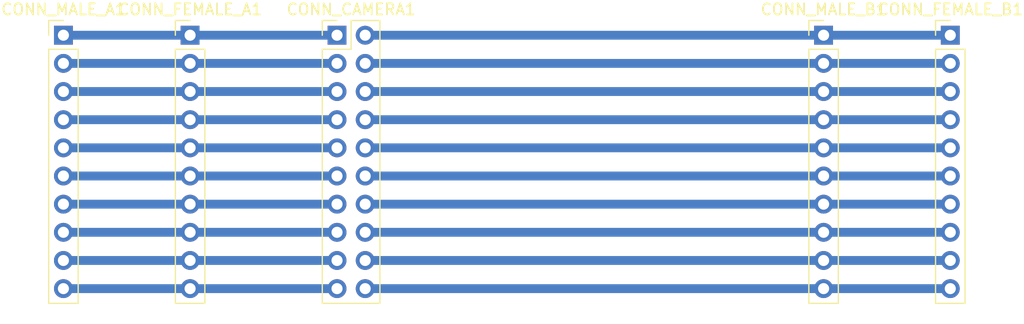
<source format=kicad_pcb>
(kicad_pcb (version 20171130) (host pcbnew "(5.1.2)-1")

  (general
    (thickness 1.6)
    (drawings 0)
    (tracks 44)
    (zones 0)
    (modules 5)
    (nets 21)
  )

  (page A4)
  (layers
    (0 F.Cu signal)
    (31 B.Cu signal)
    (32 B.Adhes user)
    (33 F.Adhes user)
    (34 B.Paste user)
    (35 F.Paste user)
    (36 B.SilkS user)
    (37 F.SilkS user)
    (38 B.Mask user)
    (39 F.Mask user)
    (40 Dwgs.User user)
    (41 Cmts.User user)
    (42 Eco1.User user)
    (43 Eco2.User user)
    (44 Edge.Cuts user)
    (45 Margin user)
    (46 B.CrtYd user)
    (47 F.CrtYd user)
    (48 B.Fab user)
    (49 F.Fab user)
  )

  (setup
    (last_trace_width 0.8)
    (user_trace_width 0.8)
    (trace_clearance 0.2)
    (zone_clearance 0.508)
    (zone_45_only no)
    (trace_min 0.2)
    (via_size 0.8)
    (via_drill 0.4)
    (via_min_size 0.4)
    (via_min_drill 0.3)
    (uvia_size 0.3)
    (uvia_drill 0.1)
    (uvias_allowed no)
    (uvia_min_size 0.2)
    (uvia_min_drill 0.1)
    (edge_width 0.05)
    (segment_width 0.2)
    (pcb_text_width 0.3)
    (pcb_text_size 1.5 1.5)
    (mod_edge_width 0.12)
    (mod_text_size 1 1)
    (mod_text_width 0.15)
    (pad_size 1.524 1.524)
    (pad_drill 0.762)
    (pad_to_mask_clearance 0.051)
    (solder_mask_min_width 0.25)
    (aux_axis_origin 0 0)
    (visible_elements FFFFFF7F)
    (pcbplotparams
      (layerselection 0x010fc_ffffffff)
      (usegerberextensions false)
      (usegerberattributes false)
      (usegerberadvancedattributes false)
      (creategerberjobfile false)
      (excludeedgelayer true)
      (linewidth 0.100000)
      (plotframeref false)
      (viasonmask false)
      (mode 1)
      (useauxorigin false)
      (hpglpennumber 1)
      (hpglpenspeed 20)
      (hpglpendiameter 15.000000)
      (psnegative false)
      (psa4output false)
      (plotreference true)
      (plotvalue true)
      (plotinvisibletext false)
      (padsonsilk false)
      (subtractmaskfromsilk false)
      (outputformat 1)
      (mirror false)
      (drillshape 1)
      (scaleselection 1)
      (outputdirectory ""))
  )

  (net 0 "")
  (net 1 "Net-(CONN_CAMERA1-Pad1)")
  (net 2 "Net-(CONN_CAMERA1-Pad2)")
  (net 3 "Net-(CONN_CAMERA1-Pad3)")
  (net 4 "Net-(CONN_CAMERA1-Pad4)")
  (net 5 "Net-(CONN_CAMERA1-Pad5)")
  (net 6 "Net-(CONN_CAMERA1-Pad6)")
  (net 7 "Net-(CONN_CAMERA1-Pad7)")
  (net 8 "Net-(CONN_CAMERA1-Pad8)")
  (net 9 "Net-(CONN_CAMERA1-Pad9)")
  (net 10 "Net-(CONN_CAMERA1-Pad10)")
  (net 11 "Net-(CONN_CAMERA1-Pad11)")
  (net 12 "Net-(CONN_CAMERA1-Pad12)")
  (net 13 "Net-(CONN_CAMERA1-Pad13)")
  (net 14 "Net-(CONN_CAMERA1-Pad14)")
  (net 15 "Net-(CONN_CAMERA1-Pad15)")
  (net 16 "Net-(CONN_CAMERA1-Pad16)")
  (net 17 "Net-(CONN_CAMERA1-Pad17)")
  (net 18 "Net-(CONN_CAMERA1-Pad18)")
  (net 19 "Net-(CONN_CAMERA1-Pad19)")
  (net 20 "Net-(CONN_CAMERA1-Pad20)")

  (net_class Default "Esta é a classe de rede padrão."
    (clearance 0.2)
    (trace_width 0.25)
    (via_dia 0.8)
    (via_drill 0.4)
    (uvia_dia 0.3)
    (uvia_drill 0.1)
    (add_net "Net-(CONN_CAMERA1-Pad1)")
    (add_net "Net-(CONN_CAMERA1-Pad10)")
    (add_net "Net-(CONN_CAMERA1-Pad11)")
    (add_net "Net-(CONN_CAMERA1-Pad12)")
    (add_net "Net-(CONN_CAMERA1-Pad13)")
    (add_net "Net-(CONN_CAMERA1-Pad14)")
    (add_net "Net-(CONN_CAMERA1-Pad15)")
    (add_net "Net-(CONN_CAMERA1-Pad16)")
    (add_net "Net-(CONN_CAMERA1-Pad17)")
    (add_net "Net-(CONN_CAMERA1-Pad18)")
    (add_net "Net-(CONN_CAMERA1-Pad19)")
    (add_net "Net-(CONN_CAMERA1-Pad2)")
    (add_net "Net-(CONN_CAMERA1-Pad20)")
    (add_net "Net-(CONN_CAMERA1-Pad3)")
    (add_net "Net-(CONN_CAMERA1-Pad4)")
    (add_net "Net-(CONN_CAMERA1-Pad5)")
    (add_net "Net-(CONN_CAMERA1-Pad6)")
    (add_net "Net-(CONN_CAMERA1-Pad7)")
    (add_net "Net-(CONN_CAMERA1-Pad8)")
    (add_net "Net-(CONN_CAMERA1-Pad9)")
  )

  (module Connector_PinHeader_2.54mm:PinHeader_2x10_P2.54mm_Vertical (layer F.Cu) (tedit 59FED5CC) (tstamp 5CF9C616)
    (at 117.395001 37.385001)
    (descr "Through hole straight pin header, 2x10, 2.54mm pitch, double rows")
    (tags "Through hole pin header THT 2x10 2.54mm double row")
    (path /5CFB0EA3)
    (fp_text reference CONN_CAMERA1 (at 1.27 -2.33) (layer F.SilkS)
      (effects (font (size 1 1) (thickness 0.15)))
    )
    (fp_text value Conn_02x10_Odd_Even (at 1.27 25.19) (layer F.Fab)
      (effects (font (size 1 1) (thickness 0.15)))
    )
    (fp_line (start 0 -1.27) (end 3.81 -1.27) (layer F.Fab) (width 0.1))
    (fp_line (start 3.81 -1.27) (end 3.81 24.13) (layer F.Fab) (width 0.1))
    (fp_line (start 3.81 24.13) (end -1.27 24.13) (layer F.Fab) (width 0.1))
    (fp_line (start -1.27 24.13) (end -1.27 0) (layer F.Fab) (width 0.1))
    (fp_line (start -1.27 0) (end 0 -1.27) (layer F.Fab) (width 0.1))
    (fp_line (start -1.33 24.19) (end 3.87 24.19) (layer F.SilkS) (width 0.12))
    (fp_line (start -1.33 1.27) (end -1.33 24.19) (layer F.SilkS) (width 0.12))
    (fp_line (start 3.87 -1.33) (end 3.87 24.19) (layer F.SilkS) (width 0.12))
    (fp_line (start -1.33 1.27) (end 1.27 1.27) (layer F.SilkS) (width 0.12))
    (fp_line (start 1.27 1.27) (end 1.27 -1.33) (layer F.SilkS) (width 0.12))
    (fp_line (start 1.27 -1.33) (end 3.87 -1.33) (layer F.SilkS) (width 0.12))
    (fp_line (start -1.33 0) (end -1.33 -1.33) (layer F.SilkS) (width 0.12))
    (fp_line (start -1.33 -1.33) (end 0 -1.33) (layer F.SilkS) (width 0.12))
    (fp_line (start -1.8 -1.8) (end -1.8 24.65) (layer F.CrtYd) (width 0.05))
    (fp_line (start -1.8 24.65) (end 4.35 24.65) (layer F.CrtYd) (width 0.05))
    (fp_line (start 4.35 24.65) (end 4.35 -1.8) (layer F.CrtYd) (width 0.05))
    (fp_line (start 4.35 -1.8) (end -1.8 -1.8) (layer F.CrtYd) (width 0.05))
    (fp_text user %R (at 1.27 11.43 90) (layer F.Fab)
      (effects (font (size 1 1) (thickness 0.15)))
    )
    (pad 1 thru_hole rect (at 0 0) (size 1.7 1.7) (drill 1) (layers *.Cu *.Mask)
      (net 1 "Net-(CONN_CAMERA1-Pad1)"))
    (pad 2 thru_hole oval (at 2.54 0) (size 1.7 1.7) (drill 1) (layers *.Cu *.Mask)
      (net 2 "Net-(CONN_CAMERA1-Pad2)"))
    (pad 3 thru_hole oval (at 0 2.54) (size 1.7 1.7) (drill 1) (layers *.Cu *.Mask)
      (net 3 "Net-(CONN_CAMERA1-Pad3)"))
    (pad 4 thru_hole oval (at 2.54 2.54) (size 1.7 1.7) (drill 1) (layers *.Cu *.Mask)
      (net 4 "Net-(CONN_CAMERA1-Pad4)"))
    (pad 5 thru_hole oval (at 0 5.08) (size 1.7 1.7) (drill 1) (layers *.Cu *.Mask)
      (net 5 "Net-(CONN_CAMERA1-Pad5)"))
    (pad 6 thru_hole oval (at 2.54 5.08) (size 1.7 1.7) (drill 1) (layers *.Cu *.Mask)
      (net 6 "Net-(CONN_CAMERA1-Pad6)"))
    (pad 7 thru_hole oval (at 0 7.62) (size 1.7 1.7) (drill 1) (layers *.Cu *.Mask)
      (net 7 "Net-(CONN_CAMERA1-Pad7)"))
    (pad 8 thru_hole oval (at 2.54 7.62) (size 1.7 1.7) (drill 1) (layers *.Cu *.Mask)
      (net 8 "Net-(CONN_CAMERA1-Pad8)"))
    (pad 9 thru_hole oval (at 0 10.16) (size 1.7 1.7) (drill 1) (layers *.Cu *.Mask)
      (net 9 "Net-(CONN_CAMERA1-Pad9)"))
    (pad 10 thru_hole oval (at 2.54 10.16) (size 1.7 1.7) (drill 1) (layers *.Cu *.Mask)
      (net 10 "Net-(CONN_CAMERA1-Pad10)"))
    (pad 11 thru_hole oval (at 0 12.7) (size 1.7 1.7) (drill 1) (layers *.Cu *.Mask)
      (net 11 "Net-(CONN_CAMERA1-Pad11)"))
    (pad 12 thru_hole oval (at 2.54 12.7) (size 1.7 1.7) (drill 1) (layers *.Cu *.Mask)
      (net 12 "Net-(CONN_CAMERA1-Pad12)"))
    (pad 13 thru_hole oval (at 0 15.24) (size 1.7 1.7) (drill 1) (layers *.Cu *.Mask)
      (net 13 "Net-(CONN_CAMERA1-Pad13)"))
    (pad 14 thru_hole oval (at 2.54 15.24) (size 1.7 1.7) (drill 1) (layers *.Cu *.Mask)
      (net 14 "Net-(CONN_CAMERA1-Pad14)"))
    (pad 15 thru_hole oval (at 0 17.78) (size 1.7 1.7) (drill 1) (layers *.Cu *.Mask)
      (net 15 "Net-(CONN_CAMERA1-Pad15)"))
    (pad 16 thru_hole oval (at 2.54 17.78) (size 1.7 1.7) (drill 1) (layers *.Cu *.Mask)
      (net 16 "Net-(CONN_CAMERA1-Pad16)"))
    (pad 17 thru_hole oval (at 0 20.32) (size 1.7 1.7) (drill 1) (layers *.Cu *.Mask)
      (net 17 "Net-(CONN_CAMERA1-Pad17)"))
    (pad 18 thru_hole oval (at 2.54 20.32) (size 1.7 1.7) (drill 1) (layers *.Cu *.Mask)
      (net 18 "Net-(CONN_CAMERA1-Pad18)"))
    (pad 19 thru_hole oval (at 0 22.86) (size 1.7 1.7) (drill 1) (layers *.Cu *.Mask)
      (net 19 "Net-(CONN_CAMERA1-Pad19)"))
    (pad 20 thru_hole oval (at 2.54 22.86) (size 1.7 1.7) (drill 1) (layers *.Cu *.Mask)
      (net 20 "Net-(CONN_CAMERA1-Pad20)"))
    (model ${KISYS3DMOD}/Connector_PinHeader_2.54mm.3dshapes/PinHeader_2x10_P2.54mm_Vertical.wrl
      (at (xyz 0 0 0))
      (scale (xyz 1 1 1))
      (rotate (xyz 0 0 0))
    )
  )

  (module Connector_PinHeader_2.54mm:PinHeader_1x10_P2.54mm_Vertical (layer F.Cu) (tedit 59FED5CC) (tstamp 5CF9C634)
    (at 104.14 37.385001)
    (descr "Through hole straight pin header, 1x10, 2.54mm pitch, single row")
    (tags "Through hole pin header THT 1x10 2.54mm single row")
    (path /5CFB3E81)
    (fp_text reference CONN_FEMALE_A1 (at 0 -2.33) (layer F.SilkS)
      (effects (font (size 1 1) (thickness 0.15)))
    )
    (fp_text value Conn_01x10 (at 0 25.19) (layer F.Fab)
      (effects (font (size 1 1) (thickness 0.15)))
    )
    (fp_line (start -0.635 -1.27) (end 1.27 -1.27) (layer F.Fab) (width 0.1))
    (fp_line (start 1.27 -1.27) (end 1.27 24.13) (layer F.Fab) (width 0.1))
    (fp_line (start 1.27 24.13) (end -1.27 24.13) (layer F.Fab) (width 0.1))
    (fp_line (start -1.27 24.13) (end -1.27 -0.635) (layer F.Fab) (width 0.1))
    (fp_line (start -1.27 -0.635) (end -0.635 -1.27) (layer F.Fab) (width 0.1))
    (fp_line (start -1.33 24.19) (end 1.33 24.19) (layer F.SilkS) (width 0.12))
    (fp_line (start -1.33 1.27) (end -1.33 24.19) (layer F.SilkS) (width 0.12))
    (fp_line (start 1.33 1.27) (end 1.33 24.19) (layer F.SilkS) (width 0.12))
    (fp_line (start -1.33 1.27) (end 1.33 1.27) (layer F.SilkS) (width 0.12))
    (fp_line (start -1.33 0) (end -1.33 -1.33) (layer F.SilkS) (width 0.12))
    (fp_line (start -1.33 -1.33) (end 0 -1.33) (layer F.SilkS) (width 0.12))
    (fp_line (start -1.8 -1.8) (end -1.8 24.65) (layer F.CrtYd) (width 0.05))
    (fp_line (start -1.8 24.65) (end 1.8 24.65) (layer F.CrtYd) (width 0.05))
    (fp_line (start 1.8 24.65) (end 1.8 -1.8) (layer F.CrtYd) (width 0.05))
    (fp_line (start 1.8 -1.8) (end -1.8 -1.8) (layer F.CrtYd) (width 0.05))
    (fp_text user %R (at 0 11.43 90) (layer F.Fab)
      (effects (font (size 1 1) (thickness 0.15)))
    )
    (pad 1 thru_hole rect (at 0 0) (size 1.7 1.7) (drill 1) (layers *.Cu *.Mask)
      (net 1 "Net-(CONN_CAMERA1-Pad1)"))
    (pad 2 thru_hole oval (at 0 2.54) (size 1.7 1.7) (drill 1) (layers *.Cu *.Mask)
      (net 3 "Net-(CONN_CAMERA1-Pad3)"))
    (pad 3 thru_hole oval (at 0 5.08) (size 1.7 1.7) (drill 1) (layers *.Cu *.Mask)
      (net 5 "Net-(CONN_CAMERA1-Pad5)"))
    (pad 4 thru_hole oval (at 0 7.62) (size 1.7 1.7) (drill 1) (layers *.Cu *.Mask)
      (net 7 "Net-(CONN_CAMERA1-Pad7)"))
    (pad 5 thru_hole oval (at 0 10.16) (size 1.7 1.7) (drill 1) (layers *.Cu *.Mask)
      (net 9 "Net-(CONN_CAMERA1-Pad9)"))
    (pad 6 thru_hole oval (at 0 12.7) (size 1.7 1.7) (drill 1) (layers *.Cu *.Mask)
      (net 11 "Net-(CONN_CAMERA1-Pad11)"))
    (pad 7 thru_hole oval (at 0 15.24) (size 1.7 1.7) (drill 1) (layers *.Cu *.Mask)
      (net 13 "Net-(CONN_CAMERA1-Pad13)"))
    (pad 8 thru_hole oval (at 0 17.78) (size 1.7 1.7) (drill 1) (layers *.Cu *.Mask)
      (net 15 "Net-(CONN_CAMERA1-Pad15)"))
    (pad 9 thru_hole oval (at 0 20.32) (size 1.7 1.7) (drill 1) (layers *.Cu *.Mask)
      (net 17 "Net-(CONN_CAMERA1-Pad17)"))
    (pad 10 thru_hole oval (at 0 22.86) (size 1.7 1.7) (drill 1) (layers *.Cu *.Mask)
      (net 19 "Net-(CONN_CAMERA1-Pad19)"))
    (model ${KISYS3DMOD}/Connector_PinHeader_2.54mm.3dshapes/PinHeader_1x10_P2.54mm_Vertical.wrl
      (at (xyz 0 0 0))
      (scale (xyz 1 1 1))
      (rotate (xyz 0 0 0))
    )
  )

  (module Connector_PinHeader_2.54mm:PinHeader_1x10_P2.54mm_Vertical (layer F.Cu) (tedit 59FED5CC) (tstamp 5CF9DAAF)
    (at 172.72 37.385001)
    (descr "Through hole straight pin header, 1x10, 2.54mm pitch, single row")
    (tags "Through hole pin header THT 1x10 2.54mm single row")
    (path /5CFB47C6)
    (fp_text reference CONN_FEMALE_B1 (at 0 -2.33) (layer F.SilkS)
      (effects (font (size 1 1) (thickness 0.15)))
    )
    (fp_text value Conn_01x10 (at 0 25.19) (layer F.Fab)
      (effects (font (size 1 1) (thickness 0.15)))
    )
    (fp_text user %R (at 0 11.43 90) (layer F.Fab)
      (effects (font (size 1 1) (thickness 0.15)))
    )
    (fp_line (start 1.8 -1.8) (end -1.8 -1.8) (layer F.CrtYd) (width 0.05))
    (fp_line (start 1.8 24.65) (end 1.8 -1.8) (layer F.CrtYd) (width 0.05))
    (fp_line (start -1.8 24.65) (end 1.8 24.65) (layer F.CrtYd) (width 0.05))
    (fp_line (start -1.8 -1.8) (end -1.8 24.65) (layer F.CrtYd) (width 0.05))
    (fp_line (start -1.33 -1.33) (end 0 -1.33) (layer F.SilkS) (width 0.12))
    (fp_line (start -1.33 0) (end -1.33 -1.33) (layer F.SilkS) (width 0.12))
    (fp_line (start -1.33 1.27) (end 1.33 1.27) (layer F.SilkS) (width 0.12))
    (fp_line (start 1.33 1.27) (end 1.33 24.19) (layer F.SilkS) (width 0.12))
    (fp_line (start -1.33 1.27) (end -1.33 24.19) (layer F.SilkS) (width 0.12))
    (fp_line (start -1.33 24.19) (end 1.33 24.19) (layer F.SilkS) (width 0.12))
    (fp_line (start -1.27 -0.635) (end -0.635 -1.27) (layer F.Fab) (width 0.1))
    (fp_line (start -1.27 24.13) (end -1.27 -0.635) (layer F.Fab) (width 0.1))
    (fp_line (start 1.27 24.13) (end -1.27 24.13) (layer F.Fab) (width 0.1))
    (fp_line (start 1.27 -1.27) (end 1.27 24.13) (layer F.Fab) (width 0.1))
    (fp_line (start -0.635 -1.27) (end 1.27 -1.27) (layer F.Fab) (width 0.1))
    (pad 10 thru_hole oval (at 0 22.86) (size 1.7 1.7) (drill 1) (layers *.Cu *.Mask)
      (net 20 "Net-(CONN_CAMERA1-Pad20)"))
    (pad 9 thru_hole oval (at 0 20.32) (size 1.7 1.7) (drill 1) (layers *.Cu *.Mask)
      (net 18 "Net-(CONN_CAMERA1-Pad18)"))
    (pad 8 thru_hole oval (at 0 17.78) (size 1.7 1.7) (drill 1) (layers *.Cu *.Mask)
      (net 16 "Net-(CONN_CAMERA1-Pad16)"))
    (pad 7 thru_hole oval (at 0 15.24) (size 1.7 1.7) (drill 1) (layers *.Cu *.Mask)
      (net 14 "Net-(CONN_CAMERA1-Pad14)"))
    (pad 6 thru_hole oval (at 0 12.7) (size 1.7 1.7) (drill 1) (layers *.Cu *.Mask)
      (net 12 "Net-(CONN_CAMERA1-Pad12)"))
    (pad 5 thru_hole oval (at 0 10.16) (size 1.7 1.7) (drill 1) (layers *.Cu *.Mask)
      (net 10 "Net-(CONN_CAMERA1-Pad10)"))
    (pad 4 thru_hole oval (at 0 7.62) (size 1.7 1.7) (drill 1) (layers *.Cu *.Mask)
      (net 8 "Net-(CONN_CAMERA1-Pad8)"))
    (pad 3 thru_hole oval (at 0 5.08) (size 1.7 1.7) (drill 1) (layers *.Cu *.Mask)
      (net 6 "Net-(CONN_CAMERA1-Pad6)"))
    (pad 2 thru_hole oval (at 0 2.54) (size 1.7 1.7) (drill 1) (layers *.Cu *.Mask)
      (net 4 "Net-(CONN_CAMERA1-Pad4)"))
    (pad 1 thru_hole rect (at 0 0) (size 1.7 1.7) (drill 1) (layers *.Cu *.Mask)
      (net 2 "Net-(CONN_CAMERA1-Pad2)"))
    (model ${KISYS3DMOD}/Connector_PinHeader_2.54mm.3dshapes/PinHeader_1x10_P2.54mm_Vertical.wrl
      (at (xyz 0 0 0))
      (scale (xyz 1 1 1))
      (rotate (xyz 0 0 0))
    )
  )

  (module Connector_PinHeader_2.54mm:PinHeader_1x10_P2.54mm_Vertical (layer F.Cu) (tedit 59FED5CC) (tstamp 5CF9C670)
    (at 92.71 37.385001)
    (descr "Through hole straight pin header, 1x10, 2.54mm pitch, single row")
    (tags "Through hole pin header THT 1x10 2.54mm single row")
    (path /5CFAFCA2)
    (fp_text reference CONN_MALE_A1 (at 0 -2.33) (layer F.SilkS)
      (effects (font (size 1 1) (thickness 0.15)))
    )
    (fp_text value Conn_01x10 (at 0 25.19) (layer F.Fab)
      (effects (font (size 1 1) (thickness 0.15)))
    )
    (fp_line (start -0.635 -1.27) (end 1.27 -1.27) (layer F.Fab) (width 0.1))
    (fp_line (start 1.27 -1.27) (end 1.27 24.13) (layer F.Fab) (width 0.1))
    (fp_line (start 1.27 24.13) (end -1.27 24.13) (layer F.Fab) (width 0.1))
    (fp_line (start -1.27 24.13) (end -1.27 -0.635) (layer F.Fab) (width 0.1))
    (fp_line (start -1.27 -0.635) (end -0.635 -1.27) (layer F.Fab) (width 0.1))
    (fp_line (start -1.33 24.19) (end 1.33 24.19) (layer F.SilkS) (width 0.12))
    (fp_line (start -1.33 1.27) (end -1.33 24.19) (layer F.SilkS) (width 0.12))
    (fp_line (start 1.33 1.27) (end 1.33 24.19) (layer F.SilkS) (width 0.12))
    (fp_line (start -1.33 1.27) (end 1.33 1.27) (layer F.SilkS) (width 0.12))
    (fp_line (start -1.33 0) (end -1.33 -1.33) (layer F.SilkS) (width 0.12))
    (fp_line (start -1.33 -1.33) (end 0 -1.33) (layer F.SilkS) (width 0.12))
    (fp_line (start -1.8 -1.8) (end -1.8 24.65) (layer F.CrtYd) (width 0.05))
    (fp_line (start -1.8 24.65) (end 1.8 24.65) (layer F.CrtYd) (width 0.05))
    (fp_line (start 1.8 24.65) (end 1.8 -1.8) (layer F.CrtYd) (width 0.05))
    (fp_line (start 1.8 -1.8) (end -1.8 -1.8) (layer F.CrtYd) (width 0.05))
    (fp_text user %R (at 0 11.43 90) (layer F.Fab)
      (effects (font (size 1 1) (thickness 0.15)))
    )
    (pad 1 thru_hole rect (at 0 0) (size 1.7 1.7) (drill 1) (layers *.Cu *.Mask)
      (net 1 "Net-(CONN_CAMERA1-Pad1)"))
    (pad 2 thru_hole oval (at 0 2.54) (size 1.7 1.7) (drill 1) (layers *.Cu *.Mask)
      (net 3 "Net-(CONN_CAMERA1-Pad3)"))
    (pad 3 thru_hole oval (at 0 5.08) (size 1.7 1.7) (drill 1) (layers *.Cu *.Mask)
      (net 5 "Net-(CONN_CAMERA1-Pad5)"))
    (pad 4 thru_hole oval (at 0 7.62) (size 1.7 1.7) (drill 1) (layers *.Cu *.Mask)
      (net 7 "Net-(CONN_CAMERA1-Pad7)"))
    (pad 5 thru_hole oval (at 0 10.16) (size 1.7 1.7) (drill 1) (layers *.Cu *.Mask)
      (net 9 "Net-(CONN_CAMERA1-Pad9)"))
    (pad 6 thru_hole oval (at 0 12.7) (size 1.7 1.7) (drill 1) (layers *.Cu *.Mask)
      (net 11 "Net-(CONN_CAMERA1-Pad11)"))
    (pad 7 thru_hole oval (at 0 15.24) (size 1.7 1.7) (drill 1) (layers *.Cu *.Mask)
      (net 13 "Net-(CONN_CAMERA1-Pad13)"))
    (pad 8 thru_hole oval (at 0 17.78) (size 1.7 1.7) (drill 1) (layers *.Cu *.Mask)
      (net 15 "Net-(CONN_CAMERA1-Pad15)"))
    (pad 9 thru_hole oval (at 0 20.32) (size 1.7 1.7) (drill 1) (layers *.Cu *.Mask)
      (net 17 "Net-(CONN_CAMERA1-Pad17)"))
    (pad 10 thru_hole oval (at 0 22.86) (size 1.7 1.7) (drill 1) (layers *.Cu *.Mask)
      (net 19 "Net-(CONN_CAMERA1-Pad19)"))
    (model ${KISYS3DMOD}/Connector_PinHeader_2.54mm.3dshapes/PinHeader_1x10_P2.54mm_Vertical.wrl
      (at (xyz 0 0 0))
      (scale (xyz 1 1 1))
      (rotate (xyz 0 0 0))
    )
  )

  (module Connector_PinHeader_2.54mm:PinHeader_1x10_P2.54mm_Vertical (layer F.Cu) (tedit 59FED5CC) (tstamp 5CF9DB06)
    (at 161.29 37.385001)
    (descr "Through hole straight pin header, 1x10, 2.54mm pitch, single row")
    (tags "Through hole pin header THT 1x10 2.54mm single row")
    (path /5CFB23C6)
    (fp_text reference CONN_MALE_B1 (at 0 -2.33) (layer F.SilkS)
      (effects (font (size 1 1) (thickness 0.15)))
    )
    (fp_text value Conn_01x10 (at 0 25.19) (layer F.Fab)
      (effects (font (size 1 1) (thickness 0.15)))
    )
    (fp_text user %R (at 0 11.43 90) (layer F.Fab)
      (effects (font (size 1 1) (thickness 0.15)))
    )
    (fp_line (start 1.8 -1.8) (end -1.8 -1.8) (layer F.CrtYd) (width 0.05))
    (fp_line (start 1.8 24.65) (end 1.8 -1.8) (layer F.CrtYd) (width 0.05))
    (fp_line (start -1.8 24.65) (end 1.8 24.65) (layer F.CrtYd) (width 0.05))
    (fp_line (start -1.8 -1.8) (end -1.8 24.65) (layer F.CrtYd) (width 0.05))
    (fp_line (start -1.33 -1.33) (end 0 -1.33) (layer F.SilkS) (width 0.12))
    (fp_line (start -1.33 0) (end -1.33 -1.33) (layer F.SilkS) (width 0.12))
    (fp_line (start -1.33 1.27) (end 1.33 1.27) (layer F.SilkS) (width 0.12))
    (fp_line (start 1.33 1.27) (end 1.33 24.19) (layer F.SilkS) (width 0.12))
    (fp_line (start -1.33 1.27) (end -1.33 24.19) (layer F.SilkS) (width 0.12))
    (fp_line (start -1.33 24.19) (end 1.33 24.19) (layer F.SilkS) (width 0.12))
    (fp_line (start -1.27 -0.635) (end -0.635 -1.27) (layer F.Fab) (width 0.1))
    (fp_line (start -1.27 24.13) (end -1.27 -0.635) (layer F.Fab) (width 0.1))
    (fp_line (start 1.27 24.13) (end -1.27 24.13) (layer F.Fab) (width 0.1))
    (fp_line (start 1.27 -1.27) (end 1.27 24.13) (layer F.Fab) (width 0.1))
    (fp_line (start -0.635 -1.27) (end 1.27 -1.27) (layer F.Fab) (width 0.1))
    (pad 10 thru_hole oval (at 0 22.86) (size 1.7 1.7) (drill 1) (layers *.Cu *.Mask)
      (net 20 "Net-(CONN_CAMERA1-Pad20)"))
    (pad 9 thru_hole oval (at 0 20.32) (size 1.7 1.7) (drill 1) (layers *.Cu *.Mask)
      (net 18 "Net-(CONN_CAMERA1-Pad18)"))
    (pad 8 thru_hole oval (at 0 17.78) (size 1.7 1.7) (drill 1) (layers *.Cu *.Mask)
      (net 16 "Net-(CONN_CAMERA1-Pad16)"))
    (pad 7 thru_hole oval (at 0 15.24) (size 1.7 1.7) (drill 1) (layers *.Cu *.Mask)
      (net 14 "Net-(CONN_CAMERA1-Pad14)"))
    (pad 6 thru_hole oval (at 0 12.7) (size 1.7 1.7) (drill 1) (layers *.Cu *.Mask)
      (net 12 "Net-(CONN_CAMERA1-Pad12)"))
    (pad 5 thru_hole oval (at 0 10.16) (size 1.7 1.7) (drill 1) (layers *.Cu *.Mask)
      (net 10 "Net-(CONN_CAMERA1-Pad10)"))
    (pad 4 thru_hole oval (at 0 7.62) (size 1.7 1.7) (drill 1) (layers *.Cu *.Mask)
      (net 8 "Net-(CONN_CAMERA1-Pad8)"))
    (pad 3 thru_hole oval (at 0 5.08) (size 1.7 1.7) (drill 1) (layers *.Cu *.Mask)
      (net 6 "Net-(CONN_CAMERA1-Pad6)"))
    (pad 2 thru_hole oval (at 0 2.54) (size 1.7 1.7) (drill 1) (layers *.Cu *.Mask)
      (net 4 "Net-(CONN_CAMERA1-Pad4)"))
    (pad 1 thru_hole rect (at 0 0) (size 1.7 1.7) (drill 1) (layers *.Cu *.Mask)
      (net 2 "Net-(CONN_CAMERA1-Pad2)"))
    (model ${KISYS3DMOD}/Connector_PinHeader_2.54mm.3dshapes/PinHeader_1x10_P2.54mm_Vertical.wrl
      (at (xyz 0 0 0))
      (scale (xyz 1 1 1))
      (rotate (xyz 0 0 0))
    )
  )

  (segment (start 92.71 37.385001) (end 104.14 37.385001) (width 0.8) (layer B.Cu) (net 1))
  (segment (start 104.14 37.385001) (end 117.395001 37.385001) (width 0.8) (layer B.Cu) (net 1))
  (segment (start 119.935001 37.385001) (end 161.29 37.385001) (width 0.8) (layer B.Cu) (net 2))
  (segment (start 161.29 37.385001) (end 172.72 37.385001) (width 0.8) (layer B.Cu) (net 2))
  (segment (start 92.71 39.925001) (end 104.14 39.925001) (width 0.8) (layer B.Cu) (net 3))
  (segment (start 104.14 39.925001) (end 117.395001 39.925001) (width 0.8) (layer B.Cu) (net 3))
  (segment (start 119.935001 39.925001) (end 161.29 39.925001) (width 0.8) (layer B.Cu) (net 4))
  (segment (start 161.29 39.925001) (end 172.72 39.925001) (width 0.8) (layer B.Cu) (net 4))
  (segment (start 92.71 42.465001) (end 104.14 42.465001) (width 0.8) (layer B.Cu) (net 5))
  (segment (start 104.14 42.465001) (end 117.395001 42.465001) (width 0.8) (layer B.Cu) (net 5))
  (segment (start 119.935001 42.465001) (end 161.29 42.465001) (width 0.8) (layer B.Cu) (net 6))
  (segment (start 161.29 42.465001) (end 172.72 42.465001) (width 0.8) (layer B.Cu) (net 6))
  (segment (start 92.71 45.005001) (end 104.14 45.005001) (width 0.8) (layer B.Cu) (net 7))
  (segment (start 104.14 45.005001) (end 117.395001 45.005001) (width 0.8) (layer B.Cu) (net 7))
  (segment (start 119.935001 45.005001) (end 161.29 45.005001) (width 0.8) (layer B.Cu) (net 8))
  (segment (start 161.29 45.005001) (end 172.72 45.005001) (width 0.8) (layer B.Cu) (net 8))
  (segment (start 92.71 47.545001) (end 104.14 47.545001) (width 0.8) (layer B.Cu) (net 9))
  (segment (start 104.14 47.545001) (end 117.395001 47.545001) (width 0.8) (layer B.Cu) (net 9))
  (segment (start 119.935001 47.545001) (end 161.29 47.545001) (width 0.8) (layer B.Cu) (net 10))
  (segment (start 171.517919 47.545001) (end 161.29 47.545001) (width 0.8) (layer B.Cu) (net 10))
  (segment (start 172.72 47.545001) (end 171.517919 47.545001) (width 0.8) (layer B.Cu) (net 10))
  (segment (start 92.71 50.085001) (end 104.14 50.085001) (width 0.8) (layer B.Cu) (net 11))
  (segment (start 116.19292 50.085001) (end 104.14 50.085001) (width 0.8) (layer B.Cu) (net 11))
  (segment (start 117.395001 50.085001) (end 116.19292 50.085001) (width 0.8) (layer B.Cu) (net 11))
  (segment (start 119.935001 50.085001) (end 161.29 50.085001) (width 0.8) (layer B.Cu) (net 12))
  (segment (start 161.29 50.085001) (end 172.72 50.085001) (width 0.8) (layer B.Cu) (net 12))
  (segment (start 92.71 52.625001) (end 104.14 52.625001) (width 0.8) (layer B.Cu) (net 13))
  (segment (start 104.14 52.625001) (end 117.395001 52.625001) (width 0.8) (layer B.Cu) (net 13))
  (segment (start 119.935001 52.625001) (end 161.29 52.625001) (width 0.8) (layer B.Cu) (net 14))
  (segment (start 171.517919 52.625001) (end 161.29 52.625001) (width 0.8) (layer B.Cu) (net 14))
  (segment (start 172.72 52.625001) (end 171.517919 52.625001) (width 0.8) (layer B.Cu) (net 14))
  (segment (start 92.71 55.165001) (end 104.14 55.165001) (width 0.8) (layer B.Cu) (net 15))
  (segment (start 104.14 55.165001) (end 117.395001 55.165001) (width 0.8) (layer B.Cu) (net 15))
  (segment (start 119.935001 55.165001) (end 161.29 55.165001) (width 0.8) (layer B.Cu) (net 16))
  (segment (start 161.29 55.165001) (end 172.72 55.165001) (width 0.8) (layer B.Cu) (net 16))
  (segment (start 92.71 57.705001) (end 104.14 57.705001) (width 0.8) (layer B.Cu) (net 17))
  (segment (start 104.14 57.705001) (end 117.395001 57.705001) (width 0.8) (layer B.Cu) (net 17))
  (segment (start 119.935001 57.705001) (end 161.29 57.705001) (width 0.8) (layer B.Cu) (net 18))
  (segment (start 171.517919 57.705001) (end 161.29 57.705001) (width 0.8) (layer B.Cu) (net 18))
  (segment (start 172.72 57.705001) (end 171.517919 57.705001) (width 0.8) (layer B.Cu) (net 18))
  (segment (start 92.71 60.245001) (end 104.14 60.245001) (width 0.8) (layer B.Cu) (net 19))
  (segment (start 104.14 60.245001) (end 117.395001 60.245001) (width 0.8) (layer B.Cu) (net 19))
  (segment (start 119.935001 60.245001) (end 161.29 60.245001) (width 0.8) (layer B.Cu) (net 20))
  (segment (start 161.29 60.245001) (end 172.72 60.245001) (width 0.8) (layer B.Cu) (net 20))

)

</source>
